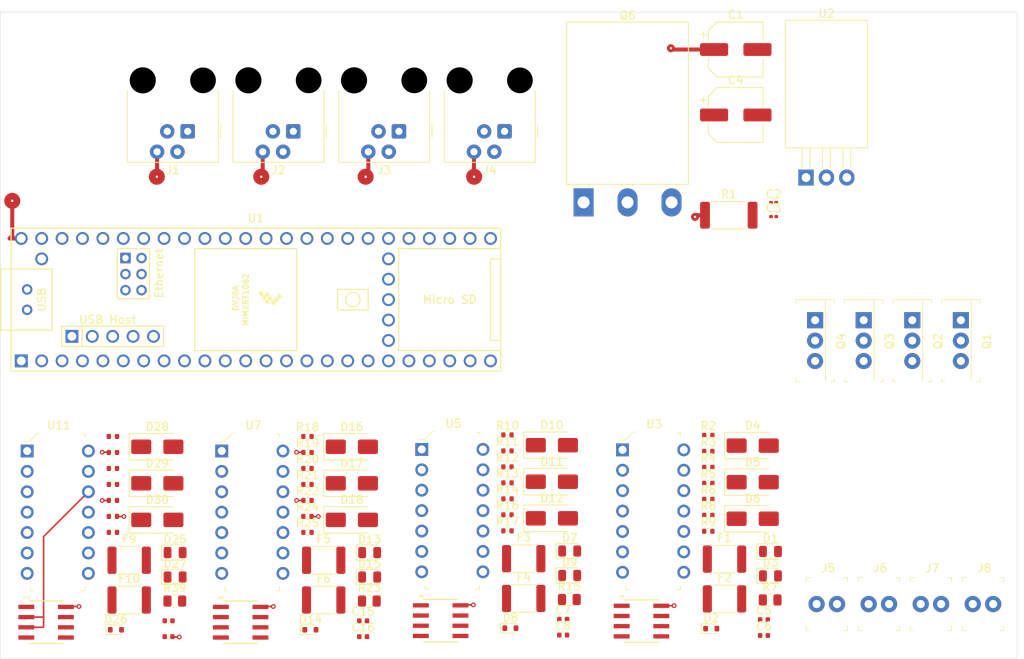
<source format=kicad_pcb>
(kicad_pcb (version 20241229) (generator "pcbnew") (generator_version "9.0")
  (layers (0 "F.Cu" signal) (4 "In1.Cu" signal) (6 "In2.Cu" signal) (2 "B.Cu" signal) (13 "F.Paste" user) (15 "B.Paste" user) (5 "F.SilkS" user "F.Silkscreen") (7 "B.SilkS" user "B.Silkscreen") (1 "F.Mask" user) (3 "B.Mask" user) (25 "Edge.Cuts" user))
  (net 0 "")
  (net 1 "/12V to 5V Converter/12V")
  (net 2 "/12V to 5V Converter/IGND")
  (net 3 "Net-(Q6-B)")
  (net 4 "/12V to 5V Converter/5V")
  (net 5 "Net-(D2-A)")
  (net 6 "Net-(D8-A)")
  (net 7 "Net-(D26-A)")
  (net 8 "Net-(D14-A)")
  (net 9 "Net-(D1-A)")
  (net 10 "Net-(D2-K)")
  (net 11 "Net-(D3-A)")
  (net 12 "Net-(D4-A1)")
  (net 13 "/RS485 to TTL Converter1/COM")
  (net 14 "Net-(D5-A1)")
  (net 15 "Net-(D7-A)")
  (net 16 "Net-(D8-K)")
  (net 17 "Net-(D9-A)")
  (net 18 "Net-(D10-A1)")
  (net 19 "/RS485 to TTL Converter2/COM")
  (net 20 "Net-(D11-A1)")
  (net 21 "Net-(D13-A)")
  (net 22 "Net-(D14-K)")
  (net 23 "Net-(D15-A)")
  (net 24 "/RS485 to TTL Converter3/COM")
  (net 25 "Net-(D16-A1)")
  (net 26 "Net-(D17-A1)")
  (net 27 "Net-(D25-A)")
  (net 28 "Net-(D26-K)")
  (net 29 "Net-(D27-A)")
  (net 30 "Net-(D28-A1)")
  (net 31 "/RS485 to TTL Converter/COM")
  (net 32 "Net-(D29-A1)")
  (net 33 "/RS485 to TTL Converter1/B")
  (net 34 "/RS485 to TTL Converter1/A")
  (net 35 "/RS485 to TTL Converter2/B")
  (net 36 "/RS485 to TTL Converter2/A")
  (net 37 "/RS485 to TTL Converter3/B")
  (net 38 "/RS485 to TTL Converter3/A")
  (net 39 "/RS485 to TTL Converter/B")
  (net 40 "/RS485 to TTL Converter/A")
  (net 41 "Net-(Q4-E)")
  (net 42 "Net-(Q3-E)")
  (net 43 "Net-(Q2-E)")
  (net 44 "Net-(Q1-E)")
  (net 45 "Net-(Q1-B)")
  (net 46 "Net-(Q2-B)")
  (net 47 "Net-(Q3-B)")
  (net 48 "Net-(Q4-B)")
  (net 49 "Net-(U3-1Y)")
  (net 50 "/RS485 to TTL Converter1/TX")
  (net 51 "Net-(U3-3Y)")
  (net 52 "Net-(U3-4A)")
  (net 53 "Net-(U5-1Y)")
  (net 54 "/RS485 to TTL Converter2/TX")
  (net 55 "Net-(U5-3Y)")
  (net 56 "Net-(U5-4A)")
  (net 57 "Net-(U7-1Y)")
  (net 58 "/RS485 to TTL Converter3/TX")
  (net 59 "Net-(U7-3Y)")
  (net 60 "Net-(U7-4A)")
  (net 61 "Net-(U11-1Y)")
  (net 62 "/RS485 to TTL Converter/TX")
  (net 63 "Net-(U11-3Y)")
  (net 64 "Net-(U11-4A)")
  (net 92 "/RS485 to TTL Converter1/RX")
  (net 98 "/RS485 to TTL Converter3/RX")
  (net 99 "/RS485 to TTL Converter2/RX")
  (net 103 "/RS485 to TTL Converter/RX")
  (net 122 "Net-(U3-2A)")
  (net 123 "Net-(U3-6Y)")
  (net 124 "Net-(U5-2A)")
  (net 125 "Net-(U5-6Y)")
  (net 126 "Net-(U7-6Y)")
  (net 127 "Net-(U7-2A)")
  (net 128 "Net-(U11-6Y)")
  (net 129 "Net-(U11-2A)")
  (footprint "MAX485CSA:21-0041B_8" (layer "F.Cu") (at 91.4344 118.9578)
    (property "Reference" "U8")
    (property "Value" "MAX485CSA")
  )
  (footprint "Diode_SMD:D_SMA" (layer "F.Cu") (at 130.18 101.47)
    (property "Reference" "D11")
    (property "Value" "SMAJ58CA")
  )
  (footprint "Fuse:Fuse_1812_4532Metric" (layer "F.Cu") (at 101.775 116.195)
    (property "Reference" "F6")
    (property "Value" "Fuse")
  )
  (footprint "Resistor_SMD:R_0805_2012Metric" (layer "F.Cu") (at 157.355 116.185)
    (property "Reference" "R7")
    (property "Value" "120")
  )
  (footprint "Connector_RJ:RJ9_Evercom_5301-440xxx_Horizontal" (layer "F.Cu") (at 111.14 57.85 180)
    (property "Reference" "J3")
    (property "Value" "4P4C")
  )
  (footprint "Capacitor_SMD:C_0402_1005Metric" (layer "F.Cu") (at 82.465 120.755)
    (property "Reference" "C14" (hide yes))
    (property "Value" "100nF" (hide yes))
  )
  (footprint "Resistor_SMD:R_0402_1005Metric" (layer "F.Cu") (at 99.755 97.825)
    (property "Reference" "R19")
    (property "Value" "4.7K")
  )
  (footprint "Fuse:Fuse_1812_4532Metric" (layer "F.Cu") (at 126.675 111.05)
    (property "Reference" "F3")
    (property "Value" "Fuse")
  )
  (footprint "Diode_SMD:D_SMA" (layer "F.Cu") (at 105.28 101.665)
    (property "Reference" "D17")
    (property "Value" "SMAJ58CA")
  )
  (footprint "Diode_SMD:D_SMA" (layer "F.Cu") (at 155.18 96.975)
    (property "Reference" "D4")
    (property "Value" "SMAJ58CA")
  )
  (footprint "digikey-footprints:PinHeader_1x2_P2.54mm_Drill1.02mm" (layer "F.Cu") (at 182.58 116.7)
    (property "Reference" "J8")
    (property "Value" "22-23-2021")
  )
  (footprint "Capacitor_SMD:C_0402_1005Metric" (layer "F.Cu") (at 106.685 118.785)
    (property "Reference" "C15")
    (property "Value" "100pF")
  )
  (footprint "digikey-footprints:PinHeader_1x2_P2.54mm_Drill1.02mm" (layer "F.Cu") (at 163.14 116.7)
    (property "Reference" "J5")
    (property "Value" "22-23-2021")
  )
  (footprint "Fuse:Fuse_1812_4532Metric" (layer "F.Cu") (at 77.555 111.245)
    (property "Reference" "F9")
    (property "Value" "Fuse")
  )
  (footprint "Resistor_SMD:R_0402_1005Metric" (layer "F.Cu") (at 99.755 105.785)
    (property "Reference" "R24")
    (property "Value" "4.7K")
  )
  (footprint "Resistor_SMD:R_0402_1005Metric" (layer "F.Cu") (at 99.755 95.835)
    (property "Reference" "R18")
    (property "Value" "470")
  )
  (footprint "MAX485CSA:21-0041B_8" (layer "F.Cu") (at 67.2144 118.9578)
    (property "Reference" "U12")
    (property "Value" "MAX485CSA")
  )
  (footprint "Resistor_SMD:R_0402_1005Metric" (layer "F.Cu") (at 124.655 101.61)
    (property "Reference" "R13")
    (property "Value" "470")
  )
  (footprint "Capacitor_SMD:C_0402_1005Metric" (layer "F.Cu") (at 131.585 120.56)
    (property "Reference" "C8")
    (property "Value" "100nF")
  )
  (footprint "MAX485CSA:21-0041B_8" (layer "F.Cu") (at 116.3344 118.7628)
    (property "Reference" "U6")
    (property "Value" "MAX485CSA")
  )
  (footprint "digikey-footprints:PinHeader_1x2_P2.54mm_Drill1.02mm" (layer "F.Cu") (at 169.62 116.7)
    (property "Reference" "J6")
    (property "Value" "22-23-2021")
  )
  (footprint "MAX485CSA:21-0041B_8" (layer "F.Cu") (at 141.3344 118.8178)
    (property "Reference" "U4")
    (property "Value" "MAX485CSA")
  )
  (footprint "LED_SMD:LED_0805_2012Metric" (layer "F.Cu") (at 107.495 110.29)
    (property "Reference" "D13")
    (property "Value" "LED")
  )
  (footprint "Resistor_SMD:R_0402_1005Metric" (layer "F.Cu") (at 75.535 107.775)
    (property "Reference" "R41" (hide yes))
    (property "Value" "4.7K")
  )
  (footprint "Diode_SMD:D_SMA" (layer "F.Cu") (at 130.18 96.92)
    (property "Reference" "D10")
    (property "Value" "SMAJ58CA")
  )
  (footprint "Capacitor_SMD:C_0402_1005Metric" (layer "F.Cu") (at 82.465 118.785)
    (property "Reference" "C9" (hide yes))
    (property "Value" "100pF" (hide yes))
  )
  (footprint "digikey-footprints:DIP-14_W3mm" (layer "F.Cu") (at 89.08 97.64)
    (property "Reference" "U7")
    (property "Value" "SN74HC14N")
  )
  (footprint "Resistor_SMD:R_0402_1005Metric" (layer "F.Cu") (at 75.535 95.835)
    (property "Reference" "R34" (hide yes))
    (property "Value" "470")
  )
  (footprint "Resistor_SMD:R_0402_1005Metric" (layer "F.Cu") (at 149.655 101.665)
    (property "Reference" "R5")
    (property "Value" "470")
  )
  (footprint "Resistor_SMD:R_0402_1005Metric" (layer "F.Cu") (at 124.655 99.62)
    (property "Reference" "R12")
    (property "Value" "56K")
  )
  (footprint "Diode_SMD:D_SMA" (layer "F.Cu") (at 81.06 101.665)
    (property "Reference" "D29")
    (property "Value" "SMAJ58CA")
  )
  (footprint "Resistor_SMD:R_0402_1005Metric" (layer "F.Cu") (at 99.755 99.815)
    (property "Reference" "R20")
    (property "Value" "56K")
  )
  (footprint "Resistor_SMD:R_0402_1005Metric" (layer "F.Cu") (at 124.655 97.63)
    (property "Reference" "R11")
    (property "Value" "4.7K")
  )
  (footprint "Fuse:Fuse_1812_4532Metric" (layer "F.Cu") (at 151.675 111.105)
    (property "Reference" "F1")
    (property "Value" "Fuse")
  )
  (footprint "Diode_SMD:D_SMA" (layer "F.Cu") (at 81.06 106.215)
    (property "Reference" "D30")
    (property "Value" "SMAJ58CA")
  )
  (footprint "Capacitor_SMD:C_0402_1005Metric" (layer "F.Cu") (at 156.585 120.615)
    (property "Reference" "C6")
    (property "Value" "100nF")
  )
  (footprint "Connector_RJ:RJ9_Evercom_5301-440xxx_Horizontal" (layer "F.Cu") (at 124.29 57.85 180)
    (property "Reference" "J4")
    (property "Value" "4P4C")
  )
  (footprint "LED_SMD:LED_0805_2012Metric" (layer "F.Cu") (at 107.495 113.33)
    (property "Reference" "D15")
    (property "Value" "LED")
  )
  (footprint "Resistor_SMD:R_0402_1005Metric" (layer "F.Cu") (at 149.655 95.695)
    (property "Reference" "R2")
    (property "Value" "470")
  )
  (footprint "Fuse:Fuse_1812_4532Metric" (layer "F.Cu") (at 77.555 116.195)
    (property "Reference" "F10")
    (property "Value" "Fuse")
  )
  (footprint "LED_SMD:LED_0805_2012Metric" (layer "F.Cu") (at 83.275 110.29)
    (property "Reference" "D25")
    (property "Value" "LED")
  )
  (footprint "digikey-footprints:PinHeader_1x2_P2.54mm_Drill1.02mm" (layer "F.Cu") (at 176.1 116.7)
    (property "Reference" "J7")
    (property "Value" "22-23-2021")
  )
  (footprint "digikey-footprints:DIP-14_W3mm" (layer "F.Cu") (at 113.98 97.445)
    (property "Reference" "U5")
    (property "Value" "SN74HC14N")
  )
  (footprint "Connector_RJ:RJ9_Evercom_5301-440xxx_Horizontal" (layer "F.Cu") (at 84.84 57.85 180)
    (property "Reference" "J1")
    (property "Value" "4P4C")
  )
  (footprint "Diode_SMD:D_SOD-523" (layer "F.Cu") (at 150.02 119.755)
    (property "Reference" "D2")
    (property "Value" "1N4148WT")
  )
  (footprint "Resistor_SMD:R_0402_1005Metric" (layer "F.Cu") (at 149.655 107.635)
    (property "Reference" "R9")
    (property "Value" "4.7K")
  )
  (footprint "digikey-footprints:TO-220-3" (layer "F.Cu") (at 169 81.36 -90)
    (property "Reference" "Q3")
    (property "Value" "TIP120")
  )
  (footprint "LED_SMD:LED_0805_2012Metric" (layer "F.Cu") (at 157.395 110.15)
    (property "Reference" "D1")
    (property "Value" "LED")
  )
  (footprint "Capacitor_SMD:C_0402_1005Metric" (layer "F.Cu") (at 106.685 120.755)
    (property "Reference" "C16")
    (property "Value" "100nF")
  )
  (footprint "Diode_SMD:D_SMA" (layer "F.Cu") (at 155.18 106.075)
    (property "Reference" "D6")
    (property "Value" "SMAJ58CA")
  )
  (footprint "Resistor_SMD:R_0805_2012Metric" (layer "F.Cu") (at 132.355 116.13)
    (property "Reference" "R15")
    (property "Value" "120")
  )
  (footprint "Resistor_SMD:R_0805_2012Metric" (layer "F.Cu") (at 83.235 116.325)
    (property "Reference" "R39")
    (property "Value" "120" (hide yes))
  )
  (footprint "Capacitor_SMD:C_0402_1005Metric" (layer "F.Cu") (at 131.585 118.59)
    (property "Reference" "C7")
    (property "Value" "100pF")
  )
  (footprint "Resistor_SMD:R_0402_1005Metric" (layer "F.Cu") (at 124.655 107.58)
    (property "Reference" "R17")
    (property "Value" "4.7K")
  )
  (footprint "digikey-footprints:TO-220-3" (layer "F.Cu") (at 181.1 81.36 -90)
    (property "Reference" "Q1")
    (property "Value" "TIP120")
  )
  (footprint "Diode_SMD:D_SOD-523" (layer "F.Cu") (at 125.02 119.7)
    (property "Reference" "D8")
    (property "Value" "1N4148WT")
  )
  (footprint "Capacitor_SMD:CP_Elec_6.3x7.7" (layer "F.Cu") (at 153.075 55.81)
    (property "Reference" "C4")
    (property "Value" "22uF")
  )
  (footprint "LED_SMD:LED_0805_2012Metric" (layer "F.Cu") (at 132.395 113.135)
    (property "Reference" "D9")
    (property "Value" "LED")
  )
  (footprint "Resistor_SMD:R_0402_1005Metric" (layer "F.Cu") (at 149.655 97.685)
    (property "Reference" "R3")
    (property "Value" "4.7K")
  )
  (footprint "Resistor_SMD:R_0402_1005Metric" (layer "F.Cu") (at 75.535 103.795)
    (property "Reference" "R38" (hide yes))
    (property "Value" "4.7K")
  )
  (footprint "Resistor_SMD:R_0402_1005Metric" (layer "F.Cu") (at 75.535 97.825)
    (property "Reference" "R35" (hide yes))
    (property "Value" "4.7K")
  )
  (footprint "Diode_SMD:D_SMA" (layer "F.Cu") (at 155.18 101.525)
    (property "Reference" "D5")
    (property "Value" "SMAJ58CA")
  )
  (footprint "Capacitor_SMD:CP_Elec_6.3x7.7" (layer "F.Cu") (at 153.075 47.66)
    (property "Reference" "C1")
    (property "Value" "220uF")
  )
  (footprint "digikey-footprints:DIP-14_W3mm" (layer "F.Cu") (at 64.86 97.64)
    (property "Reference" "U11")
    (property "Value" "SN74HC14N" (hide yes))
  )
  (footprint "teensy.pretty-master:Teensy41" (layer "F.Cu") (at 93.335 78.8)
    (property "Reference" "U1")
    (property "Value" "Teensy4.1")
  )
  (footprint "Fuse:Fuse_1812_4532Metric" (layer "F.Cu") (at 126.675 116)
    (property "Reference" "F4")
    (property "Value" "Fuse")
  )
  (footprint "Fuse:Fuse_1812_4532Metric" (layer "F.Cu") (at 101.775 111.245)
    (property "Reference" "F5")
    (property "Value" "Fuse")
  )
  (footprint "Package_TO_SOT_THT:TO-220-3_Horizontal_TabDown" (layer "F.Cu") (at 161.82 63.6)
    (property "Reference" "U2")
    (property "Value" "LM7805_TO220")
  )
  (footprint "Resistor_SMD:R_0402_1005Metric" (layer "F.Cu") (at 75.535 99.815)
    (property "Reference" "R36" (hide yes))
    (property "Value" "56K")
  )
  (footprint "Resistor_SMD:R_0402_1005Metric" (layer "F.Cu") (at 149.655 103.655)
    (property "Reference" "R6")
    (property "Value" "4.7K")
  )
  (footprint "LED_SMD:LED_0805_2012Metric" (layer "F.Cu") (at 157.395 113.19)
    (property "Reference" "D3")
    (property "Value" "LED")
  )
  (footprint "Package_TO_SOT_THT:TO-218-3_Horizontal_TabDown" (layer "F.Cu") (at 134.125 66.69)
    (property "Reference" "Q6")
    (property "Value" "TIP2955")
  )
  (footprint "Resistor_SMD:R_0402_1005Metric" (layer "F.Cu") (at 124.655 103.6)
    (property "Reference" "R14")
    (property "Value" "4.7K")
  )
  (footprint "Fuse:Fuse_1812_4532Metric" (layer "F.Cu") (at 151.675 116.055)
    (property "Reference" "F2")
    (property "Value" "Fuse")
  )
  (footprint "LED_SMD:LED_0805_2012Metric" (layer "F.Cu") (at 83.275 113.33)
    (property "Reference" "D27")
    (property "Value" "LED")
  )
  (footprint "Diode_SMD:D_SMA" (layer "F.Cu") (at 105.28 106.215)
    (property "Reference" "D18")
    (property "Value" "SMAJ58CA")
  )
  (footprint "Resistor_SMD:R_0402_1005Metric" (layer "F.Cu") (at 149.655 105.645)
    (property "Reference" "R8")
    (property "Value" "4.7K")
  )
  (footprint "Resistor_SMD:R_0402_1005Metric" (layer "F.Cu") (at 149.655 99.675)
    (property "Reference" "R4")
    (property "Value" "56K")
  )
  (footprint "Resistor_SMD:R_0402_1005Metric" (layer "F.Cu") (at 75.535 105.785)
    (property "Reference" "R40" (hide yes))
    (property "Value" "4.7K")
  )
  (footprint "digikey-footprints:TO-220-3" (layer "F.Cu") (at 162.95 81.36 -90)
    (property "Reference" "Q4")
    (property "Value" "TIP120")
  )
  (footprint "Resistor_SMD:R_2512_6332Metric" (layer "F.Cu") (at 152.205 68.29)
    (property "Reference" "R1")
    (property "Value" "3.3")
  )
  (footprint "Connector_RJ:RJ9_Evercom_5301-440xxx_Horizontal" (layer "F.Cu") (at 97.99 57.85 180)
    (property "Reference" "J2")
    (property "Value" "4P4C")
  )
  (footprint "Resistor_SMD:R_0402_1005Metric" (layer "F.Cu") (at 75.535 101.805)
    (property "Reference" "R37" (hide yes))
    (property "Value" "470")
  )
  (footprint "digikey-footprints:DIP-14_W3mm" (layer "F.Cu") (at 138.98 97.5)
    (property "Reference" "U3")
    (property "Value" "SN74HC14N")
  )
  (footprint "Capacitor_SMD:C_0402_1005Metric" (layer "F.Cu") (at 156.585 118.645)
    (property "Reference" "C5")
    (property "Value" "100pF")
  )
  (footprint "Resistor_SMD:R_0402_1005Metric" (layer "F.Cu") (at 99.755 107.775)
    (property "Reference" "R25")
    (property "Value" "4.7K")
  )
  (footprint "digikey-footprints:TO-220-3" (layer "F.Cu") (at 175.05 81.36 -90)
    (property "Reference" "Q2")
    (property "Value" "TIP120")
  )
  (footprint "Diode_SMD:D_SOD-523" (layer "F.Cu") (at 75.9 119.895)
    (property "Reference" "D26")
    (property "Value" "1N4148WT")
  )
  (footprint "Resistor_SMD:R_0402_1005Metric" (layer "F.Cu") (at 99.755 101.805)
    (property "Reference" "R21")
    (property "Value" "470")
  )
  (footprint "Resistor_SMD:R_0805_2012Metric" (layer "F.Cu") (at 107.455 116.325)
    (property "Reference" "R23")
    (property "Value" "120")
  )
  (footprint "Diode_SMD:D_SMA" (layer "F.Cu") (at 81.06 97.115)
    (property "Reference" "D28")
    (property "Value" "SMAJ58CA")
  )
  (footprint "Resistor_SMD:R_0402_1005Metric" (layer "F.Cu") (at 124.655 105.59)
    (property "Reference" "R16")
    (property "Value" "4.7K")
  )
  (footprint "Resistor_SMD:R_0402_1005Metric" (layer "F.Cu") (at 124.655 95.64)
    (property "Reference" "R10")
    (property "Value" "470")
  )
  (footprint "Capacitor_SMD:C_0201_0603Metric" (layer "F.Cu") (at 157.785 66.71)
    (property "Reference" "C2")
    (property "Value" "0.1uF")
  )
  (footprint "Capacitor_SMD:C_0201_0603Metric" (layer "F.Cu") (at 157.785 68.46)
    (property "Reference" "C3")
    (property "Value" "0.1uF")
  )
  (footprint "Diode_SMD:D_SOD-523" (layer "F.Cu") (at 100.12 119.895)
    (property "Reference" "D14")
    (property "Value" "1N4148WT")
  )
  (footprint "Resistor_SMD:R_0402_1005Metric" (layer "F.Cu") (at 99.755 103.795)
    (property "Reference" "R22")
    (property "Value" "4.7K")
  )
  (footprint "LED_SMD:LED_0805_2012Metric" (layer "F.Cu") (at 132.395 110.095)
    (property "Reference" "D7")
    (property "Value" "LED")
  )
  (footprint "Diode_SMD:D_SMA" (layer "F.Cu") (at 105.28 97.115)
    (property "Reference" "D16")
    (property "Value" "SMAJ58CA")
  )
  (footprint "Diode_SMD:D_SMA" (layer "F.Cu") (at 130.18 106.02)
    (property "Reference" "D12")
    (property "Value" "SMAJ58CA")
  )
  (gr_rect (start 61.5 43) (end 188.1 123.5) (stroke (width 0.05)) (fill no) (layer "Edge.Cuts"))
  (segment (start 94.18 63.32) (end 94 63.5) (width 0.5) (layer "F.Cu") (net 1))
  (segment (start 148.21 68.29) (end 148 68.5) (width 0.5) (layer "F.Cu") (net 1))
  (segment (start 149.2425 68.29) (end 148.21 68.29) (width 0.5) (layer "F.Cu") (net 1))
  (segment (start 107.33 63.17) (end 107 63.5) (width 0.5) (layer "F.Cu") (net 1))
  (segment (start 120.48 63.48) (end 120.5 63.5) (width 0.5) (layer "F.Cu") (net 1))
  (segment (start 94.18 60.39) (end 94.18 63.32) (width 0.5) (layer "F.Cu") (net 1))
  (segment (start 81.03 60.39) (end 81.03 63.47) (width 0.5) (layer "F.Cu") (net 1))
  (segment (start 120.48 60.39) (end 120.48 63.48) (width 0.5) (layer "F.Cu") (net 1))
  (segment (start 81.03 63.47) (end 81 63.5) (width 0.2) (layer "F.Cu") (net 1))
  (segment (start 145.16 47.66) (end 145 47.5) (width 0.2) (layer "F.Cu") (net 1))
  (segment (start 107.33 60.39) (end 107.33 63.17) (width 0.5) (layer "F.Cu") (net 1))
  (segment (start 150.375 47.66) (end 145.16 47.66) (width 0.5) (layer "F.Cu") (net 1))
  (via blind (at 145 47.5) (size 1) (drill 0.3) (layers "F.Cu" "In2.Cu") (net 1))
  (via blind (at 107 63.5) (size 2) (drill 0.3) (layers "F.Cu" "In2.Cu") (net 1))
  (via blind (at 120.5 63.5) (size 2) (drill 0.3) (layers "F.Cu" "In2.Cu") (net 1))
  (via blind (at 148 68.5) (size 1) (drill 0.3) (layers "F.Cu" "In2.Cu") (net 1))
  (via blind (at 94 63.5) (size 2) (drill 0.3) (layers "F.Cu" "In2.Cu") (net 1))
  (via blind (at 81 63.5) (size 2) (drill 0.3) (layers "F.Cu" "In2.Cu") (net 1))
  (segment (start 75 97.8) (end 75.025 97.825) (width 0.2) (layer "F.Cu") (net 4))
  (segment (start 120.4 116.8) (end 118.831 116.8) (width 0.2) (layer "F.Cu") (net 4))
  (segment (start 74.2 97.8) (end 75 97.8) (width 0.2) (layer "F.Cu") (net 4))
  (segment (start 95.5 117) (end 93.931 117) (width 0.2) (layer "F.Cu") (net 4))
  (segment (start 145.4 116.9) (end 143.831 116.9) (width 0.2) (layer "F.Cu") (net 4))
  (segment (start 82.99 120.8) (end 82.945 120.755) (width 0.2) (layer "F.Cu") (net 4))
  (segment (start 63 66.5) (end 63 70.86) (width 0.5) (layer "F.Cu") (net 4))
  (segment (start 83.8 120.8) (end 82.99 120.8) (width 0.2) (layer "F.Cu") (net 4))
  (segment (start 63 70.86) (end 62.68 71.18) (width 0.5) (layer "F.Cu") (net 4))
  (segment (start 98.4 103.8) (end 99.22 103.8) (width 0.2) (layer "F.Cu") (net 4))
  (segment (start 101.1 105.8) (end 100.26 105.8) (width 0.2) (layer "F.Cu") (net 4))
  (segment (start 76.9 105.8) (end 76.06 105.8) (width 0.2) (layer "F.Cu") (net 4))
  (segment (start 75.02 103.8) (end 75.025 103.795) (width 0.2) (layer "F.Cu") (net 4))
  (segment (start 69.731 117) (end 69.6782 117.0528) (width 0.2) (layer "F.Cu") (net 4))
  (segment (start 98.4 97.8) (end 99.2 97.8) (width 0.2) (layer "F.Cu") (net 4))
  (segment (start 71.3 117) (end 69.731 117) (width 0.2) (layer "F.Cu") (net 4))
  (segment (start 62.68 71.18) (end 64.125 71.18) (width 0.5) (layer "F.Cu") (net 4))
  (segment (start 76.06 105.8) (end 76.045 105.785) (width 0.2) (layer "F.Cu") (net 4))
  (segment (start 74.2 103.8) (end 75.02 103.8) (width 0.2) (layer "F.Cu") (net 4))
  (via micro (at 76.9 105.8) (size 0.6) (drill 0.3) (layers "F.Cu" "In2.Cu") (net 4))
  (via micro (at 98.4 97.8) (size 0.6) (drill 0.3) (layers "F.Cu" "In2.Cu") (net 4))
  (via micro (at 98.4 103.8) (size 0.6) (drill 0.3) (layers "F.Cu" "In2.Cu") (net 4))
  (via micro (at 145.4 116.9) (size 0.6) (drill 0.3) (layers "F.Cu" "In2.Cu") (net 4))
  (via micro (at 74.2 97.8) (size 0.6) (drill 0.3) (layers "F.Cu" "In2.Cu") (net 4))
  (via micro (at 95.5 117) (size 0.6) (drill 0.3) (layers "F.Cu" "In2.Cu") (net 4))
  (via micro (at 120.4 116.8) (size 0.6) (drill 0.3) (layers "F.Cu" "In2.Cu") (net 4))
  (via micro (at 83.8 120.8) (size 0.6) (drill 0.3) (layers "F.Cu" "In2.Cu") (net 4))
  (via micro (at 71.3 117) (size 0.6) (drill 0.3) (layers "F.Cu" "In2.Cu") (net 4))
  (via blind (at 63 66.5) (size 2) (drill 0.3) (layers "F.Cu" "In2.Cu") (net 4))
  (via micro (at 74.2 103.8) (size 0.6) (drill 0.3) (layers "F.Cu" "In2.Cu") (net 4))
  (via micro (at 101.1 105.8) (size 0.6) (drill 0.3) (layers "F.Cu" "In2.Cu") (net 4))
  (segment (start 66.8072 119.5928) (end 66.9 119.5) (width 0.2) (layer "F.Cu") (net 128))
  (segment (start 64.7506 118.3228) (end 66.8772 118.3228) (width 0.2) (layer "F.Cu") (net 128))
  (segment (start 66.9 119.5) (end 66.9 118.3) (width 0.2) (layer "F.Cu") (net 128))
  (segment (start 64.7506 119.5928) (end 66.8072 119.5928) (width 0.2) (layer "F.Cu") (net 128))
  (segment (start 66.9 108.3) (end 72.48 102.72) (width 0.2) (layer "F.Cu") (net 128))
  (segment (start 66.8772 118.3228) (end 66.9 118.3) (width 0.2) (layer "F.Cu") (net 128))
  (segment (start 66.9 118.3) (end 66.9 108.3) (width 0.2) (layer "F.Cu") (net 128))
)
</source>
